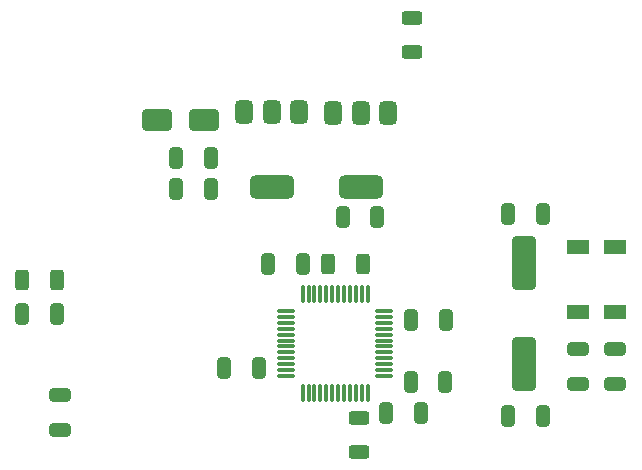
<source format=gbr>
%TF.GenerationSoftware,KiCad,Pcbnew,9.0.6*%
%TF.CreationDate,2026-01-14T13:32:50+01:00*%
%TF.ProjectId,DHT11 weather station,44485431-3120-4776-9561-746865722073,rev?*%
%TF.SameCoordinates,Original*%
%TF.FileFunction,Paste,Top*%
%TF.FilePolarity,Positive*%
%FSLAX46Y46*%
G04 Gerber Fmt 4.6, Leading zero omitted, Abs format (unit mm)*
G04 Created by KiCad (PCBNEW 9.0.6) date 2026-01-14 13:32:50*
%MOMM*%
%LPD*%
G01*
G04 APERTURE LIST*
G04 Aperture macros list*
%AMRoundRect*
0 Rectangle with rounded corners*
0 $1 Rounding radius*
0 $2 $3 $4 $5 $6 $7 $8 $9 X,Y pos of 4 corners*
0 Add a 4 corners polygon primitive as box body*
4,1,4,$2,$3,$4,$5,$6,$7,$8,$9,$2,$3,0*
0 Add four circle primitives for the rounded corners*
1,1,$1+$1,$2,$3*
1,1,$1+$1,$4,$5*
1,1,$1+$1,$6,$7*
1,1,$1+$1,$8,$9*
0 Add four rect primitives between the rounded corners*
20,1,$1+$1,$2,$3,$4,$5,0*
20,1,$1+$1,$4,$5,$6,$7,0*
20,1,$1+$1,$6,$7,$8,$9,0*
20,1,$1+$1,$8,$9,$2,$3,0*%
G04 Aperture macros list end*
%ADD10RoundRect,0.075000X0.662500X0.075000X-0.662500X0.075000X-0.662500X-0.075000X0.662500X-0.075000X0*%
%ADD11RoundRect,0.075000X0.075000X0.662500X-0.075000X0.662500X-0.075000X-0.662500X0.075000X-0.662500X0*%
%ADD12RoundRect,0.250000X0.325000X0.650000X-0.325000X0.650000X-0.325000X-0.650000X0.325000X-0.650000X0*%
%ADD13RoundRect,0.250000X-0.650000X0.325000X-0.650000X-0.325000X0.650000X-0.325000X0.650000X0.325000X0*%
%ADD14RoundRect,0.375000X-0.375000X0.625000X-0.375000X-0.625000X0.375000X-0.625000X0.375000X0.625000X0*%
%ADD15RoundRect,0.500000X-1.400000X0.500000X-1.400000X-0.500000X1.400000X-0.500000X1.400000X0.500000X0*%
%ADD16RoundRect,0.250000X0.625000X-0.312500X0.625000X0.312500X-0.625000X0.312500X-0.625000X-0.312500X0*%
%ADD17RoundRect,0.250000X-0.312500X-0.625000X0.312500X-0.625000X0.312500X0.625000X-0.312500X0.625000X0*%
%ADD18RoundRect,0.250000X-0.625000X0.312500X-0.625000X-0.312500X0.625000X-0.312500X0.625000X0.312500X0*%
%ADD19R,1.900000X1.300000*%
%ADD20RoundRect,0.250000X-0.325000X-0.650000X0.325000X-0.650000X0.325000X0.650000X-0.325000X0.650000X0*%
%ADD21RoundRect,0.250000X1.000000X0.650000X-1.000000X0.650000X-1.000000X-0.650000X1.000000X-0.650000X0*%
%ADD22RoundRect,0.250000X0.750000X-2.000000X0.750000X2.000000X-0.750000X2.000000X-0.750000X-2.000000X0*%
G04 APERTURE END LIST*
D10*
%TO.C,U3*%
X71862500Y-75202500D03*
X71862500Y-74702500D03*
X71862500Y-74202500D03*
X71862500Y-73702500D03*
X71862500Y-73202500D03*
X71862500Y-72702500D03*
X71862500Y-72202500D03*
X71862500Y-71702500D03*
X71862500Y-71202500D03*
X71862500Y-70702500D03*
X71862500Y-70202500D03*
X71862500Y-69702500D03*
D11*
X70450000Y-68290000D03*
X69950000Y-68290000D03*
X69450000Y-68290000D03*
X68950000Y-68290000D03*
X68450000Y-68290000D03*
X67950000Y-68290000D03*
X67450000Y-68290000D03*
X66950000Y-68290000D03*
X66450000Y-68290000D03*
X65950000Y-68290000D03*
X65450000Y-68290000D03*
X64950000Y-68290000D03*
D10*
X63537500Y-69702500D03*
X63537500Y-70202500D03*
X63537500Y-70702500D03*
X63537500Y-71202500D03*
X63537500Y-71702500D03*
X63537500Y-72202500D03*
X63537500Y-72702500D03*
X63537500Y-73202500D03*
X63537500Y-73702500D03*
X63537500Y-74202500D03*
X63537500Y-74702500D03*
X63537500Y-75202500D03*
D11*
X64950000Y-76615000D03*
X65450000Y-76615000D03*
X65950000Y-76615000D03*
X66450000Y-76615000D03*
X66950000Y-76615000D03*
X67450000Y-76615000D03*
X67950000Y-76615000D03*
X68450000Y-76615000D03*
X68950000Y-76615000D03*
X69450000Y-76615000D03*
X69950000Y-76615000D03*
X70450000Y-76615000D03*
%TD*%
D12*
%TO.C,C4*%
X71275000Y-61750000D03*
X68325000Y-61750000D03*
%TD*%
D13*
%TO.C,C10*%
X91420000Y-72915000D03*
X91420000Y-75865000D03*
%TD*%
D14*
%TO.C,U1*%
X64625000Y-52892500D03*
X62325000Y-52892500D03*
D15*
X62325000Y-59192500D03*
D14*
X60025000Y-52892500D03*
%TD*%
%TO.C,U2*%
X72150000Y-52900000D03*
X69850000Y-52900000D03*
D15*
X69850000Y-59200000D03*
D14*
X67550000Y-52900000D03*
%TD*%
D12*
%TO.C,C15*%
X44145000Y-69970000D03*
X41195000Y-69970000D03*
%TD*%
D16*
%TO.C,R1*%
X74240000Y-47802500D03*
X74240000Y-44877500D03*
%TD*%
D17*
%TO.C,R3*%
X67137500Y-65740000D03*
X70062500Y-65740000D03*
%TD*%
D12*
%TO.C,C7*%
X61275000Y-74500000D03*
X58325000Y-74500000D03*
%TD*%
D18*
%TO.C,R2*%
X69730000Y-78727500D03*
X69730000Y-81652500D03*
%TD*%
D17*
%TO.C,R4*%
X41197500Y-67070000D03*
X44122500Y-67070000D03*
%TD*%
D12*
%TO.C,C13*%
X85295000Y-61460000D03*
X82345000Y-61460000D03*
%TD*%
D19*
%TO.C,Y1*%
X91432500Y-69820000D03*
X91432500Y-64320000D03*
X88232500Y-64320000D03*
X88232500Y-69820000D03*
%TD*%
D12*
%TO.C,C3*%
X57205000Y-59350000D03*
X54255000Y-59350000D03*
%TD*%
D20*
%TO.C,C6*%
X74125000Y-70500000D03*
X77075000Y-70500000D03*
%TD*%
D12*
%TO.C,C1*%
X57205000Y-56750000D03*
X54255000Y-56750000D03*
%TD*%
D21*
%TO.C,D1*%
X56600000Y-53500000D03*
X52600000Y-53500000D03*
%TD*%
D12*
%TO.C,C12*%
X85295000Y-78580000D03*
X82345000Y-78580000D03*
%TD*%
D20*
%TO.C,C8*%
X74085000Y-75740000D03*
X77035000Y-75740000D03*
%TD*%
D12*
%TO.C,C9*%
X64965000Y-65742500D03*
X62015000Y-65742500D03*
%TD*%
D22*
%TO.C,Y2*%
X83680000Y-74160000D03*
X83680000Y-65660000D03*
%TD*%
D20*
%TO.C,C5*%
X72045000Y-78330000D03*
X74995000Y-78330000D03*
%TD*%
D13*
%TO.C,C11*%
X88300000Y-72915000D03*
X88300000Y-75865000D03*
%TD*%
%TO.C,C14*%
X44400000Y-76825000D03*
X44400000Y-79775000D03*
%TD*%
M02*

</source>
